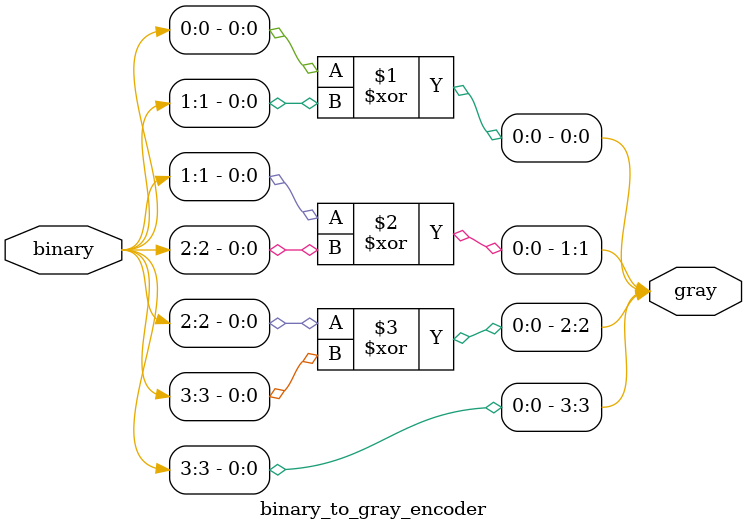
<source format=v>
`timescale 1ns / 1ps


module binary_to_gray_encoder(
    input [3:0] binary,
    output [3:0] gray
    );
    assign gray[0]=binary[0]^binary[1];
    assign gray[1]=binary[1]^binary[2];
    assign gray[2]=binary[2]^binary[3];
    assign gray[3]=binary[3];
endmodule

</source>
